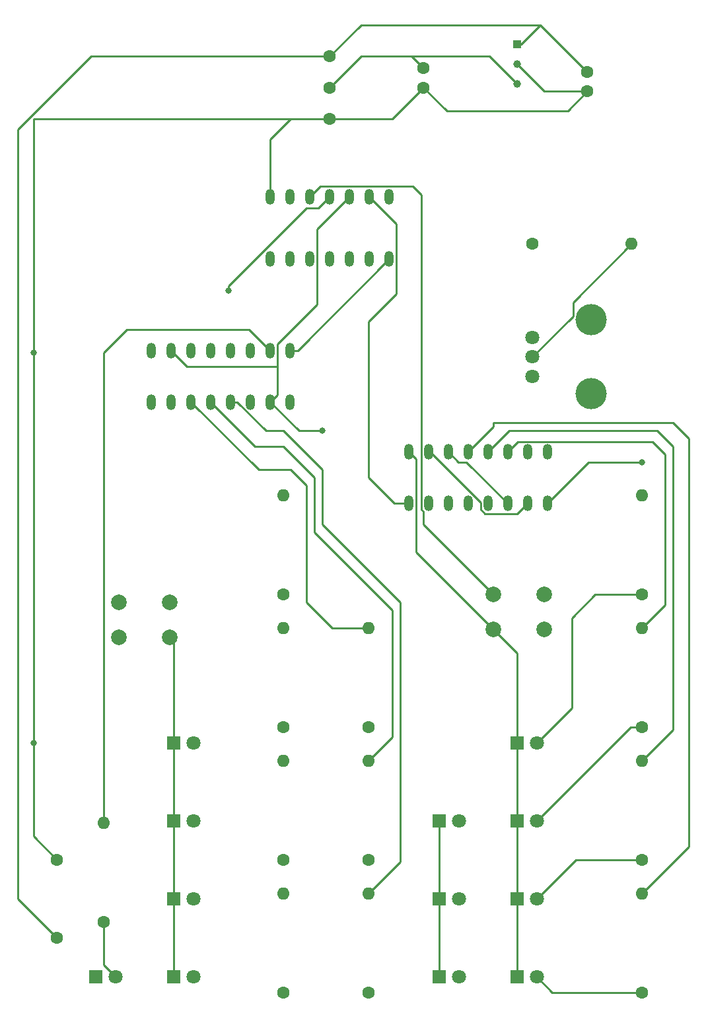
<source format=gbr>
%TF.GenerationSoftware,KiCad,Pcbnew,5.1.8-db9833491~87~ubuntu18.04.1*%
%TF.CreationDate,2020-11-24T07:54:30-06:00*%
%TF.ProjectId,binary-clock-01,62696e61-7279-42d6-936c-6f636b2d3031,rev?*%
%TF.SameCoordinates,Original*%
%TF.FileFunction,Copper,L1,Top*%
%TF.FilePolarity,Positive*%
%FSLAX46Y46*%
G04 Gerber Fmt 4.6, Leading zero omitted, Abs format (unit mm)*
G04 Created by KiCad (PCBNEW 5.1.8-db9833491~87~ubuntu18.04.1) date 2020-11-24 07:54:30*
%MOMM*%
%LPD*%
G01*
G04 APERTURE LIST*
%TA.AperFunction,ComponentPad*%
%ADD10O,1.200000X2.000000*%
%TD*%
%TA.AperFunction,ComponentPad*%
%ADD11C,1.600000*%
%TD*%
%TA.AperFunction,ComponentPad*%
%ADD12R,1.800000X1.800000*%
%TD*%
%TA.AperFunction,ComponentPad*%
%ADD13C,1.800000*%
%TD*%
%TA.AperFunction,ComponentPad*%
%ADD14O,1.600000X1.600000*%
%TD*%
%TA.AperFunction,WasherPad*%
%ADD15C,4.000000*%
%TD*%
%TA.AperFunction,ComponentPad*%
%ADD16C,2.000000*%
%TD*%
%TA.AperFunction,ComponentPad*%
%ADD17R,1.000000X1.000000*%
%TD*%
%TA.AperFunction,ComponentPad*%
%ADD18C,1.000000*%
%TD*%
%TA.AperFunction,ViaPad*%
%ADD19C,1.600000*%
%TD*%
%TA.AperFunction,ViaPad*%
%ADD20C,0.800000*%
%TD*%
%TA.AperFunction,Conductor*%
%ADD21C,0.250000*%
%TD*%
G04 APERTURE END LIST*
D10*
%TO.P,U102,8*%
%TO.N,GND*%
X100110000Y-74700000D03*
%TO.P,U102,9*%
%TO.N,Net-(U102-Pad9)*%
X100110000Y-81300000D03*
%TO.P,U102,7*%
%TO.N,/SR_DATA*%
X102650000Y-74700000D03*
%TO.P,U102,10*%
%TO.N,Net-(U102-Pad10)*%
X102650000Y-81300000D03*
%TO.P,U102,6*%
%TO.N,/SR_RESET*%
X105190000Y-74700000D03*
%TO.P,U102,11*%
%TO.N,/MM_D1_B2*%
X105190000Y-81300000D03*
%TO.P,U102,5*%
%TO.N,Net-(U102-Pad5)*%
X107730000Y-74700000D03*
%TO.P,U102,12*%
%TO.N,/MM_D1_B1*%
X107730000Y-81300000D03*
%TO.P,U102,4*%
%TO.N,Net-(U102-Pad4)*%
X110270000Y-74700000D03*
%TO.P,U102,13*%
%TO.N,/MM_D1_B0*%
X110270000Y-81300000D03*
%TO.P,U102,3*%
%TO.N,Net-(U102-Pad3)*%
X112810000Y-74700000D03*
%TO.P,U102,14*%
%TO.N,/SR_RESET*%
X112810000Y-81300000D03*
%TO.P,U102,2*%
%TO.N,/HH_D1_B0*%
X115350000Y-74700000D03*
%TO.P,U102,15*%
%TO.N,/SR_DATA*%
X115350000Y-81300000D03*
%TO.P,U102,1*%
%TO.N,/SR_CLK_3*%
X117890000Y-74700000D03*
%TO.P,U102,16*%
%TO.N,+3V3*%
X117890000Y-81300000D03*
%TD*%
D11*
%TO.P,C100,2*%
%TO.N,GND*%
X156000000Y-41500000D03*
%TO.P,C100,1*%
%TO.N,+BATT*%
X156000000Y-39000000D03*
%TD*%
%TO.P,C101,1*%
%TO.N,+3V3*%
X135000000Y-38500000D03*
%TO.P,C101,2*%
%TO.N,GND*%
X135000000Y-41000000D03*
%TD*%
D12*
%TO.P,D100,1*%
%TO.N,GND*%
X93000000Y-155000000D03*
D13*
%TO.P,D100,2*%
%TO.N,Net-(D100-Pad2)*%
X95540000Y-155000000D03*
%TD*%
%TO.P,D101,2*%
%TO.N,Net-(D101-Pad2)*%
X105540000Y-125000000D03*
D12*
%TO.P,D101,1*%
%TO.N,GND*%
X103000000Y-125000000D03*
%TD*%
D13*
%TO.P,D102,2*%
%TO.N,Net-(D102-Pad2)*%
X105540000Y-135000000D03*
D12*
%TO.P,D102,1*%
%TO.N,GND*%
X103000000Y-135000000D03*
%TD*%
%TO.P,D103,1*%
%TO.N,GND*%
X103000000Y-145000000D03*
D13*
%TO.P,D103,2*%
%TO.N,Net-(D103-Pad2)*%
X105540000Y-145000000D03*
%TD*%
%TO.P,D104,2*%
%TO.N,Net-(D104-Pad2)*%
X105540000Y-155000000D03*
D12*
%TO.P,D104,1*%
%TO.N,GND*%
X103000000Y-155000000D03*
%TD*%
%TO.P,D105,1*%
%TO.N,GND*%
X137000000Y-135000000D03*
D13*
%TO.P,D105,2*%
%TO.N,Net-(D105-Pad2)*%
X139540000Y-135000000D03*
%TD*%
%TO.P,D106,2*%
%TO.N,Net-(D106-Pad2)*%
X139540000Y-145000000D03*
D12*
%TO.P,D106,1*%
%TO.N,GND*%
X137000000Y-145000000D03*
%TD*%
%TO.P,D107,1*%
%TO.N,GND*%
X137000000Y-155000000D03*
D13*
%TO.P,D107,2*%
%TO.N,Net-(D107-Pad2)*%
X139540000Y-155000000D03*
%TD*%
%TO.P,D108,2*%
%TO.N,Net-(D108-Pad2)*%
X149540000Y-125000000D03*
D12*
%TO.P,D108,1*%
%TO.N,GND*%
X147000000Y-125000000D03*
%TD*%
%TO.P,D109,1*%
%TO.N,GND*%
X147000000Y-135000000D03*
D13*
%TO.P,D109,2*%
%TO.N,Net-(D109-Pad2)*%
X149540000Y-135000000D03*
%TD*%
%TO.P,D110,2*%
%TO.N,Net-(D110-Pad2)*%
X149540000Y-145000000D03*
D12*
%TO.P,D110,1*%
%TO.N,GND*%
X147000000Y-145000000D03*
%TD*%
%TO.P,D111,1*%
%TO.N,GND*%
X147000000Y-155000000D03*
D13*
%TO.P,D111,2*%
%TO.N,Net-(D111-Pad2)*%
X149540000Y-155000000D03*
%TD*%
D11*
%TO.P,R100,1*%
%TO.N,Net-(D100-Pad2)*%
X94000000Y-148000000D03*
D14*
%TO.P,R100,2*%
%TO.N,/HH_D1_B0*%
X94000000Y-135300000D03*
%TD*%
%TO.P,R101,2*%
%TO.N,/HH_D0_B3*%
X117000000Y-93300000D03*
D11*
%TO.P,R101,1*%
%TO.N,Net-(D101-Pad2)*%
X117000000Y-106000000D03*
%TD*%
%TO.P,R102,1*%
%TO.N,Net-(D102-Pad2)*%
X117000000Y-123000000D03*
D14*
%TO.P,R102,2*%
%TO.N,/HH_D0_B2*%
X117000000Y-110300000D03*
%TD*%
%TO.P,R103,2*%
%TO.N,/HH_D0_B1*%
X117000000Y-127300000D03*
D11*
%TO.P,R103,1*%
%TO.N,Net-(D103-Pad2)*%
X117000000Y-140000000D03*
%TD*%
%TO.P,R104,1*%
%TO.N,Net-(D104-Pad2)*%
X117000000Y-157000000D03*
D14*
%TO.P,R104,2*%
%TO.N,/HH_D0_B0*%
X117000000Y-144300000D03*
%TD*%
%TO.P,R105,2*%
%TO.N,/MM_D1_B2*%
X128000000Y-110300000D03*
D11*
%TO.P,R105,1*%
%TO.N,Net-(D105-Pad2)*%
X128000000Y-123000000D03*
%TD*%
%TO.P,R106,1*%
%TO.N,Net-(D106-Pad2)*%
X128000000Y-140000000D03*
D14*
%TO.P,R106,2*%
%TO.N,/MM_D1_B1*%
X128000000Y-127300000D03*
%TD*%
D11*
%TO.P,R107,1*%
%TO.N,Net-(D107-Pad2)*%
X128000000Y-157000000D03*
D14*
%TO.P,R107,2*%
%TO.N,/MM_D1_B0*%
X128000000Y-144300000D03*
%TD*%
D11*
%TO.P,R108,1*%
%TO.N,Net-(D108-Pad2)*%
X163000000Y-106000000D03*
D14*
%TO.P,R108,2*%
%TO.N,/MM_D0_B3*%
X163000000Y-93300000D03*
%TD*%
D11*
%TO.P,R109,1*%
%TO.N,Net-(D109-Pad2)*%
X163000000Y-123000000D03*
D14*
%TO.P,R109,2*%
%TO.N,/MM_D0_B2*%
X163000000Y-110300000D03*
%TD*%
D11*
%TO.P,R110,1*%
%TO.N,Net-(D110-Pad2)*%
X163000000Y-140000000D03*
D14*
%TO.P,R110,2*%
%TO.N,/MM_D0_B1*%
X163000000Y-127300000D03*
%TD*%
%TO.P,R111,2*%
%TO.N,/MM_D0_B0*%
X163000000Y-144300000D03*
D11*
%TO.P,R111,1*%
%TO.N,Net-(D111-Pad2)*%
X163000000Y-157000000D03*
%TD*%
%TO.P,R112,1*%
%TO.N,+3V3*%
X149000000Y-61000000D03*
D14*
%TO.P,R112,2*%
%TO.N,Net-(R112-Pad2)*%
X161700000Y-61000000D03*
%TD*%
D13*
%TO.P,RV100,3*%
%TO.N,Net-(RV100-Pad3)*%
X149000000Y-73000000D03*
%TO.P,RV100,2*%
%TO.N,Net-(R112-Pad2)*%
X149000000Y-75500000D03*
%TO.P,RV100,1*%
%TO.N,Net-(RV100-Pad1)*%
X149000000Y-78000000D03*
D15*
%TO.P,RV100,*%
%TO.N,*%
X156500000Y-70750000D03*
X156500000Y-80250000D03*
%TD*%
D16*
%TO.P,SW100,2*%
%TO.N,GND*%
X96000000Y-111500000D03*
%TO.P,SW100,1*%
%TO.N,Net-(SW100-Pad1)*%
X96000000Y-107000000D03*
%TO.P,SW100,2*%
%TO.N,GND*%
X102500000Y-111500000D03*
%TO.P,SW100,1*%
%TO.N,Net-(SW100-Pad1)*%
X102500000Y-107000000D03*
%TD*%
%TO.P,SW101,1*%
%TO.N,Net-(SW101-Pad1)*%
X150500000Y-106000000D03*
%TO.P,SW101,2*%
%TO.N,GND*%
X150500000Y-110500000D03*
%TO.P,SW101,1*%
%TO.N,Net-(SW101-Pad1)*%
X144000000Y-106000000D03*
%TO.P,SW101,2*%
%TO.N,GND*%
X144000000Y-110500000D03*
%TD*%
D17*
%TO.P,U100,1*%
%TO.N,+BATT*%
X147000000Y-35460000D03*
D18*
%TO.P,U100,2*%
%TO.N,GND*%
X147000000Y-38000000D03*
%TO.P,U100,3*%
%TO.N,+3V3*%
X147000000Y-40540000D03*
%TD*%
D10*
%TO.P,U101,14*%
%TO.N,GND*%
X115380000Y-55000000D03*
%TO.P,U101,1*%
%TO.N,+3V3*%
X115380000Y-63000000D03*
%TO.P,U101,13*%
%TO.N,Net-(SW100-Pad1)*%
X117920000Y-55000000D03*
%TO.P,U101,2*%
%TO.N,Net-(U101-Pad2)*%
X117920000Y-63000000D03*
%TO.P,U101,12*%
%TO.N,Net-(SW101-Pad1)*%
X120460000Y-55000000D03*
%TO.P,U101,3*%
%TO.N,Net-(U101-Pad3)*%
X120460000Y-63000000D03*
%TO.P,U101,11*%
%TO.N,/SR_RESET*%
X123000000Y-55000000D03*
%TO.P,U101,4*%
%TO.N,Net-(U101-Pad4)*%
X123000000Y-63000000D03*
%TO.P,U101,10*%
%TO.N,/SR_DATA*%
X125540000Y-55000000D03*
%TO.P,U101,5*%
%TO.N,Net-(U101-Pad5)*%
X125540000Y-63000000D03*
%TO.P,U101,9*%
%TO.N,/SR_CLK_1*%
X128080000Y-55000000D03*
%TO.P,U101,6*%
%TO.N,Net-(RV100-Pad1)*%
X128080000Y-63000000D03*
%TO.P,U101,8*%
%TO.N,/SR_CLK_2*%
X130620000Y-55000000D03*
%TO.P,U101,7*%
%TO.N,/SR_CLK_3*%
X130620000Y-63000000D03*
%TD*%
%TO.P,U103,16*%
%TO.N,+3V3*%
X150890000Y-94300000D03*
%TO.P,U103,1*%
%TO.N,/SR_CLK_2*%
X150890000Y-87700000D03*
%TO.P,U103,15*%
%TO.N,/SR_DATA*%
X148350000Y-94300000D03*
%TO.P,U103,2*%
%TO.N,/HH_D0_B3*%
X148350000Y-87700000D03*
%TO.P,U103,14*%
%TO.N,/SR_RESET*%
X145810000Y-94300000D03*
%TO.P,U103,3*%
%TO.N,/MM_D0_B2*%
X145810000Y-87700000D03*
%TO.P,U103,13*%
%TO.N,/HH_D0_B0*%
X143270000Y-94300000D03*
%TO.P,U103,4*%
%TO.N,/MM_D0_B1*%
X143270000Y-87700000D03*
%TO.P,U103,12*%
%TO.N,/HH_D0_B1*%
X140730000Y-94300000D03*
%TO.P,U103,5*%
%TO.N,/MM_D0_B0*%
X140730000Y-87700000D03*
%TO.P,U103,11*%
%TO.N,/HH_D0_B2*%
X138190000Y-94300000D03*
%TO.P,U103,6*%
%TO.N,/SR_RESET*%
X138190000Y-87700000D03*
%TO.P,U103,10*%
%TO.N,/MM_D0_B3*%
X135650000Y-94300000D03*
%TO.P,U103,7*%
%TO.N,/SR_DATA*%
X135650000Y-87700000D03*
%TO.P,U103,9*%
%TO.N,/SR_CLK_1*%
X133110000Y-94300000D03*
%TO.P,U103,8*%
%TO.N,GND*%
X133110000Y-87700000D03*
%TD*%
D19*
%TO.N,GND*%
X88000000Y-140000000D03*
X123000000Y-45000000D03*
D20*
X85000000Y-125000000D03*
X85000000Y-75000000D03*
D19*
%TO.N,+BATT*%
X88000000Y-150000000D03*
X123000000Y-37000000D03*
%TO.N,+3V3*%
X123000000Y-41000000D03*
D20*
X163000000Y-89000000D03*
%TO.N,/SR_RESET*%
X110000000Y-67000000D03*
%TO.N,/SR_DATA*%
X122000000Y-85000000D03*
%TD*%
D21*
%TO.N,GND*%
X123000000Y-45000000D02*
X85000000Y-45000000D01*
X85000000Y-45000000D02*
X85000000Y-75000000D01*
X137000000Y-135000000D02*
X137000000Y-145000000D01*
X137000000Y-145000000D02*
X137000000Y-155000000D01*
X147000000Y-135000000D02*
X147000000Y-125000000D01*
X147000000Y-135000000D02*
X147000000Y-145000000D01*
X147000000Y-145000000D02*
X147000000Y-155000000D01*
X103000000Y-155000000D02*
X103000000Y-145000000D01*
X103000000Y-135000000D02*
X103000000Y-145000000D01*
X103000000Y-125000000D02*
X103000000Y-135000000D01*
X147000000Y-113500000D02*
X144000000Y-110500000D01*
X147000000Y-125000000D02*
X147000000Y-113500000D01*
X103000000Y-112000000D02*
X102500000Y-111500000D01*
X103000000Y-125000000D02*
X103000000Y-112000000D01*
X131000000Y-45000000D02*
X135000000Y-41000000D01*
X123000000Y-45000000D02*
X131000000Y-45000000D01*
X150500000Y-41500000D02*
X147000000Y-38000000D01*
X156000000Y-41500000D02*
X150500000Y-41500000D01*
X135000000Y-41000000D02*
X138000000Y-44000000D01*
X153500000Y-44000000D02*
X156000000Y-41500000D01*
X138000000Y-44000000D02*
X153500000Y-44000000D01*
X85000000Y-75000000D02*
X85000000Y-125000000D01*
X115380000Y-55000000D02*
X115380000Y-47620000D01*
X115380000Y-47620000D02*
X118000000Y-45000000D01*
X134035010Y-100535010D02*
X144000000Y-110500000D01*
X134035010Y-88625010D02*
X134035010Y-100535010D01*
X133110000Y-87700000D02*
X134035010Y-88625010D01*
X85000000Y-125000000D02*
X85000000Y-137000000D01*
X85000000Y-137000000D02*
X88000000Y-140000000D01*
%TO.N,+BATT*%
X123000000Y-37000000D02*
X127000000Y-33000000D01*
X150000000Y-33000000D02*
X156000000Y-39000000D01*
X127000000Y-33000000D02*
X150000000Y-33000000D01*
X147540000Y-35460000D02*
X150000000Y-33000000D01*
X147000000Y-35460000D02*
X147540000Y-35460000D01*
X92363590Y-37000000D02*
X83000000Y-46363590D01*
X123000000Y-37000000D02*
X92363590Y-37000000D01*
X83000000Y-46363590D02*
X83000000Y-143000000D01*
X83000000Y-143000000D02*
X83000000Y-145000000D01*
X83000000Y-145000000D02*
X88000000Y-150000000D01*
%TO.N,+3V3*%
X143460000Y-37000000D02*
X147000000Y-40540000D01*
X123000000Y-41000000D02*
X127000000Y-37000000D01*
X133500000Y-37000000D02*
X133000000Y-37000000D01*
X135000000Y-38500000D02*
X133500000Y-37000000D01*
X127000000Y-37000000D02*
X133000000Y-37000000D01*
X133000000Y-37000000D02*
X143460000Y-37000000D01*
X156190000Y-89000000D02*
X150890000Y-94300000D01*
X163000000Y-89000000D02*
X156190000Y-89000000D01*
%TO.N,Net-(D100-Pad2)*%
X94000000Y-153460000D02*
X95540000Y-155000000D01*
X94000000Y-148000000D02*
X94000000Y-153460000D01*
%TO.N,Net-(D108-Pad2)*%
X163000000Y-106000000D02*
X157000000Y-106000000D01*
X157000000Y-106000000D02*
X154000000Y-109000000D01*
X154000000Y-120540000D02*
X149540000Y-125000000D01*
X154000000Y-109000000D02*
X154000000Y-120540000D01*
%TO.N,Net-(D109-Pad2)*%
X161540000Y-123000000D02*
X149540000Y-135000000D01*
X163000000Y-123000000D02*
X161540000Y-123000000D01*
%TO.N,Net-(D110-Pad2)*%
X154540000Y-140000000D02*
X149540000Y-145000000D01*
X163000000Y-140000000D02*
X154540000Y-140000000D01*
%TO.N,Net-(D111-Pad2)*%
X151540000Y-157000000D02*
X149540000Y-155000000D01*
X163000000Y-157000000D02*
X151540000Y-157000000D01*
%TO.N,/HH_D1_B0*%
X94000000Y-135300000D02*
X94000000Y-75000000D01*
X94000000Y-75000000D02*
X97000000Y-72000000D01*
X112650000Y-72000000D02*
X115350000Y-74700000D01*
X97000000Y-72000000D02*
X112650000Y-72000000D01*
%TO.N,/MM_D1_B2*%
X118000000Y-90000000D02*
X113890000Y-90000000D01*
X120000000Y-92000000D02*
X118000000Y-90000000D01*
X120000000Y-107000000D02*
X120000000Y-92000000D01*
X113890000Y-90000000D02*
X105190000Y-81300000D01*
X128000000Y-110300000D02*
X123300000Y-110300000D01*
X123300000Y-110300000D02*
X120000000Y-107000000D01*
%TO.N,/MM_D1_B1*%
X128000000Y-127300000D02*
X131000000Y-124300000D01*
X121000000Y-98000000D02*
X121000000Y-91000000D01*
X131000000Y-124300000D02*
X131000000Y-108000000D01*
X113430000Y-87000000D02*
X107730000Y-81300000D01*
X131000000Y-108000000D02*
X121000000Y-98000000D01*
X117000000Y-87000000D02*
X113430000Y-87000000D01*
X121000000Y-91000000D02*
X117000000Y-87000000D01*
%TO.N,/MM_D1_B0*%
X111101839Y-81300000D02*
X110270000Y-81300000D01*
X114801839Y-85000000D02*
X111101839Y-81300000D01*
X132000000Y-140300000D02*
X132000000Y-107000000D01*
X122000000Y-90000000D02*
X117000000Y-85000000D01*
X132000000Y-107000000D02*
X122000000Y-97000000D01*
X128000000Y-144300000D02*
X132000000Y-140300000D01*
X122000000Y-97000000D02*
X122000000Y-90000000D01*
X117000000Y-85000000D02*
X114801839Y-85000000D01*
%TO.N,/MM_D0_B2*%
X163000000Y-110300000D02*
X166000000Y-107300000D01*
X166000000Y-107300000D02*
X166000000Y-88000000D01*
X164374990Y-86374990D02*
X147135010Y-86374990D01*
X147135010Y-86374990D02*
X145810000Y-87700000D01*
X166000000Y-88000000D02*
X164374990Y-86374990D01*
%TO.N,/MM_D0_B1*%
X165000000Y-85000000D02*
X145970000Y-85000000D01*
X167000000Y-87000000D02*
X165000000Y-85000000D01*
X163000000Y-127300000D02*
X167000000Y-123300000D01*
X145970000Y-85000000D02*
X143270000Y-87700000D01*
X167000000Y-123300000D02*
X167000000Y-87000000D01*
%TO.N,/MM_D0_B0*%
X144000000Y-84000000D02*
X144000000Y-84430000D01*
X167000000Y-84000000D02*
X144000000Y-84000000D01*
X144000000Y-84430000D02*
X140730000Y-87700000D01*
X169000000Y-86000000D02*
X167000000Y-84000000D01*
X163000000Y-144300000D02*
X169000000Y-138300000D01*
X169000000Y-138300000D02*
X169000000Y-86000000D01*
%TO.N,Net-(R112-Pad2)*%
X154174999Y-70325001D02*
X149000000Y-75500000D01*
X154174999Y-68525001D02*
X154174999Y-70325001D01*
X161700000Y-61000000D02*
X154174999Y-68525001D01*
%TO.N,Net-(SW101-Pad1)*%
X144000000Y-106000000D02*
X135000000Y-97000000D01*
X135000000Y-97000000D02*
X135000000Y-95358161D01*
X134724990Y-95083151D02*
X134724990Y-54724990D01*
X135000000Y-95358161D02*
X134724990Y-95083151D01*
X121785010Y-53674990D02*
X120460000Y-55000000D01*
X133674990Y-53674990D02*
X121785010Y-53674990D01*
X134724990Y-54724990D02*
X133674990Y-53674990D01*
%TO.N,/SR_RESET*%
X140535010Y-89025010D02*
X145810000Y-94300000D01*
X139515010Y-89025010D02*
X140535010Y-89025010D01*
X138190000Y-87700000D02*
X139515010Y-89025010D01*
X110000000Y-66434315D02*
X120000000Y-56434315D01*
X121565685Y-56434315D02*
X123000000Y-55000000D01*
X120000000Y-56434315D02*
X121565685Y-56434315D01*
X110000000Y-67000000D02*
X110000000Y-66434315D01*
%TO.N,/SR_DATA*%
X116275010Y-80374990D02*
X115350000Y-81300000D01*
X121385010Y-68806849D02*
X116275010Y-73916849D01*
X121385010Y-59154990D02*
X121385010Y-68806849D01*
X125540000Y-55000000D02*
X121385010Y-59154990D01*
X104674990Y-76724990D02*
X116275010Y-76724990D01*
X102650000Y-74700000D02*
X104674990Y-76724990D01*
X116275010Y-73916849D02*
X116275010Y-76724990D01*
X116275010Y-76724990D02*
X116275010Y-80374990D01*
X147024990Y-95625010D02*
X148350000Y-94300000D01*
X142886849Y-95625010D02*
X147024990Y-95625010D01*
X142344990Y-95083151D02*
X142886849Y-95625010D01*
X142344990Y-94206829D02*
X142344990Y-95083151D01*
X135838161Y-87700000D02*
X142344990Y-94206829D01*
X135650000Y-87700000D02*
X135838161Y-87700000D01*
X115350000Y-81300000D02*
X119050000Y-85000000D01*
X119050000Y-85000000D02*
X122000000Y-85000000D01*
X122000000Y-85000000D02*
X122000000Y-85000000D01*
%TO.N,/SR_CLK_1*%
X133110000Y-94300000D02*
X131300000Y-94300000D01*
X131300000Y-94300000D02*
X128000000Y-91000000D01*
X128000000Y-91000000D02*
X128000000Y-71000000D01*
X131545010Y-58465010D02*
X128080000Y-55000000D01*
X131545010Y-67454990D02*
X131545010Y-58465010D01*
X128000000Y-71000000D02*
X131545010Y-67454990D01*
%TO.N,/SR_CLK_3*%
X118920000Y-74700000D02*
X117890000Y-74700000D01*
X130620000Y-63000000D02*
X118920000Y-74700000D01*
%TD*%
M02*

</source>
